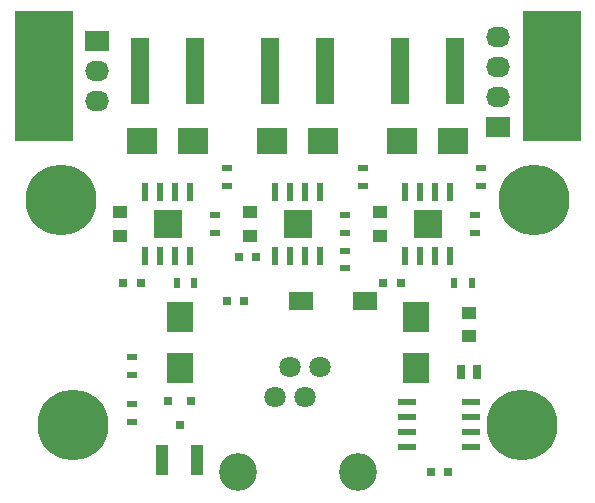
<source format=gts>
G04 #@! TF.FileFunction,Soldermask,Top*
%FSLAX46Y46*%
G04 Gerber Fmt 4.6, Leading zero omitted, Abs format (unit mm)*
G04 Created by KiCad (PCBNEW 4.0.7) date Sun Apr  1 13:56:06 2018*
%MOMM*%
%LPD*%
G01*
G04 APERTURE LIST*
%ADD10C,0.150000*%
%ADD11R,5.000000X11.000000*%
%ADD12C,6.000000*%
%ADD13R,0.800000X0.750000*%
%ADD14R,1.250000X1.000000*%
%ADD15R,1.000000X2.500000*%
%ADD16R,2.301240X2.499360*%
%ADD17R,0.797560X0.797560*%
%ADD18R,2.499360X2.301240*%
%ADD19R,2.032000X1.727200*%
%ADD20O,2.032000X1.727200*%
%ADD21R,0.750000X1.300000*%
%ADD22R,1.600000X5.700000*%
%ADD23C,3.200000*%
%ADD24C,1.800000*%
%ADD25R,0.800100X0.800100*%
%ADD26R,0.900000X0.500000*%
%ADD27R,0.500000X0.900000*%
%ADD28R,2.000000X1.600000*%
%ADD29R,1.550000X0.600000*%
%ADD30R,0.600000X1.550000*%
%ADD31R,1.175000X1.175000*%
G04 APERTURE END LIST*
D10*
D11*
X196500000Y-169500000D03*
X153500000Y-169500000D03*
D12*
X156000000Y-199000000D03*
X194000000Y-199000000D03*
X195000000Y-180000000D03*
X155000000Y-180000000D03*
D13*
X186250000Y-203000000D03*
X187750000Y-203000000D03*
D14*
X189500000Y-189500000D03*
X189500000Y-191500000D03*
D13*
X182250000Y-187000000D03*
X183750000Y-187000000D03*
X171500000Y-184800000D03*
X170000000Y-184800000D03*
X160250000Y-187000000D03*
X161750000Y-187000000D03*
D15*
X163500000Y-202000000D03*
X166500000Y-202000000D03*
D14*
X182000000Y-181000000D03*
X182000000Y-183000000D03*
X171000000Y-181000000D03*
X171000000Y-183000000D03*
X160000000Y-181000000D03*
X160000000Y-183000000D03*
D16*
X165000000Y-194148840D03*
X165000000Y-189851160D03*
X185000000Y-194148840D03*
X185000000Y-189851160D03*
D17*
X170498600Y-188500000D03*
X169000000Y-188500000D03*
D18*
X183851160Y-175000000D03*
X188148840Y-175000000D03*
X172851160Y-175000000D03*
X177148840Y-175000000D03*
X161851160Y-175000000D03*
X166148840Y-175000000D03*
D19*
X158000000Y-166460000D03*
D20*
X158000000Y-169000000D03*
X158000000Y-171540000D03*
D21*
X188825000Y-194500000D03*
X190175000Y-194500000D03*
D22*
X188350000Y-169000000D03*
X183650000Y-169000000D03*
X177350000Y-169000000D03*
X172650000Y-169000000D03*
X166350000Y-169000000D03*
X161650000Y-169000000D03*
D23*
X169920000Y-203000000D03*
X180080000Y-203000000D03*
D24*
X173095000Y-196650000D03*
X174365000Y-194110000D03*
X175635000Y-196650000D03*
X176905000Y-194110000D03*
D19*
X192000000Y-173750000D03*
D20*
X192000000Y-171210000D03*
X192000000Y-168670000D03*
X192000000Y-166130000D03*
D25*
X165950000Y-196999240D03*
X164050000Y-196999240D03*
X165000000Y-198998220D03*
D26*
X161000000Y-197250000D03*
X161000000Y-198750000D03*
X161000000Y-194750000D03*
X161000000Y-193250000D03*
D27*
X189750000Y-187000000D03*
X188250000Y-187000000D03*
D26*
X190000000Y-182750000D03*
X190000000Y-181250000D03*
X179000000Y-184250000D03*
X179000000Y-185750000D03*
X179000000Y-182750000D03*
X179000000Y-181250000D03*
D27*
X166250000Y-187000000D03*
X164750000Y-187000000D03*
D26*
X168000000Y-182750000D03*
X168000000Y-181250000D03*
X190500000Y-177250000D03*
X190500000Y-178750000D03*
X180500000Y-177250000D03*
X180500000Y-178750000D03*
X169000000Y-177250000D03*
X169000000Y-178750000D03*
D28*
X175300000Y-188500000D03*
X180700000Y-188500000D03*
D29*
X189700000Y-200905000D03*
X189700000Y-199635000D03*
X189700000Y-198365000D03*
X189700000Y-197095000D03*
X184300000Y-197095000D03*
X184300000Y-198365000D03*
X184300000Y-199635000D03*
X184300000Y-200905000D03*
D30*
X184095000Y-184700000D03*
X185365000Y-184700000D03*
X186635000Y-184700000D03*
X187905000Y-184700000D03*
X187905000Y-179300000D03*
X186635000Y-179300000D03*
X185365000Y-179300000D03*
X184095000Y-179300000D03*
D31*
X186587500Y-181412500D03*
X185412500Y-181412500D03*
X186587500Y-182587500D03*
X185412500Y-182587500D03*
D30*
X173095000Y-184700000D03*
X174365000Y-184700000D03*
X175635000Y-184700000D03*
X176905000Y-184700000D03*
X176905000Y-179300000D03*
X175635000Y-179300000D03*
X174365000Y-179300000D03*
X173095000Y-179300000D03*
D31*
X175587500Y-181412500D03*
X174412500Y-181412500D03*
X175587500Y-182587500D03*
X174412500Y-182587500D03*
D30*
X162095000Y-184700000D03*
X163365000Y-184700000D03*
X164635000Y-184700000D03*
X165905000Y-184700000D03*
X165905000Y-179300000D03*
X164635000Y-179300000D03*
X163365000Y-179300000D03*
X162095000Y-179300000D03*
D31*
X164587500Y-181412500D03*
X163412500Y-181412500D03*
X164587500Y-182587500D03*
X163412500Y-182587500D03*
M02*

</source>
